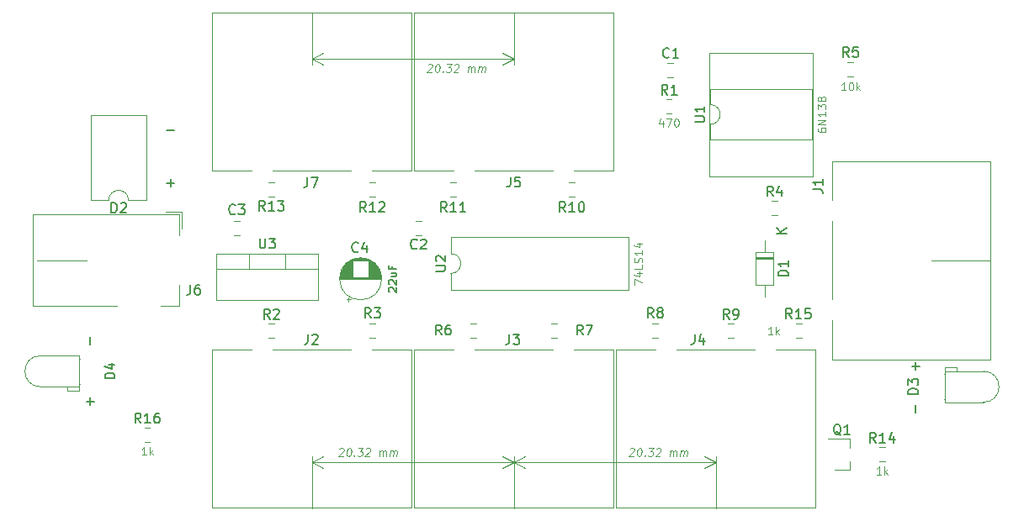
<source format=gbr>
G04 #@! TF.GenerationSoftware,KiCad,Pcbnew,(5.1.5-0-10_14)*
G04 #@! TF.CreationDate,2020-09-12T12:44:00+03:00*
G04 #@! TF.ProjectId,midi_splitter,6d696469-5f73-4706-9c69-747465722e6b,rev?*
G04 #@! TF.SameCoordinates,Original*
G04 #@! TF.FileFunction,Legend,Top*
G04 #@! TF.FilePolarity,Positive*
%FSLAX46Y46*%
G04 Gerber Fmt 4.6, Leading zero omitted, Abs format (unit mm)*
G04 Created by KiCad (PCBNEW (5.1.5-0-10_14)) date 2020-09-12 12:44:00*
%MOMM*%
%LPD*%
G04 APERTURE LIST*
%ADD10C,0.070000*%
%ADD11C,0.100000*%
%ADD12C,0.080000*%
%ADD13C,0.120000*%
%ADD14C,0.150000*%
G04 APERTURE END LIST*
D10*
X100000000Y-115000000D02*
X105000000Y-115000000D01*
X190000000Y-115000000D02*
X196000000Y-115000000D01*
D11*
X139371666Y-95298095D02*
X139414523Y-95260000D01*
X139495476Y-95221904D01*
X139685952Y-95221904D01*
X139757380Y-95260000D01*
X139790714Y-95298095D01*
X139819285Y-95374285D01*
X139809761Y-95450476D01*
X139757380Y-95564761D01*
X139243095Y-96021904D01*
X139738333Y-96021904D01*
X140333571Y-95221904D02*
X140409761Y-95221904D01*
X140481190Y-95260000D01*
X140514523Y-95298095D01*
X140543095Y-95374285D01*
X140562142Y-95526666D01*
X140538333Y-95717142D01*
X140481190Y-95869523D01*
X140433571Y-95945714D01*
X140390714Y-95983809D01*
X140309761Y-96021904D01*
X140233571Y-96021904D01*
X140162142Y-95983809D01*
X140128809Y-95945714D01*
X140100238Y-95869523D01*
X140081190Y-95717142D01*
X140105000Y-95526666D01*
X140162142Y-95374285D01*
X140209761Y-95298095D01*
X140252619Y-95260000D01*
X140333571Y-95221904D01*
X140852619Y-95945714D02*
X140885952Y-95983809D01*
X140843095Y-96021904D01*
X140809761Y-95983809D01*
X140852619Y-95945714D01*
X140843095Y-96021904D01*
X141247857Y-95221904D02*
X141743095Y-95221904D01*
X141438333Y-95526666D01*
X141552619Y-95526666D01*
X141624047Y-95564761D01*
X141657380Y-95602857D01*
X141685952Y-95679047D01*
X141662142Y-95869523D01*
X141614523Y-95945714D01*
X141571666Y-95983809D01*
X141490714Y-96021904D01*
X141262142Y-96021904D01*
X141190714Y-95983809D01*
X141157380Y-95945714D01*
X142038333Y-95298095D02*
X142081190Y-95260000D01*
X142162142Y-95221904D01*
X142352619Y-95221904D01*
X142424047Y-95260000D01*
X142457380Y-95298095D01*
X142485952Y-95374285D01*
X142476428Y-95450476D01*
X142424047Y-95564761D01*
X141909761Y-96021904D01*
X142405000Y-96021904D01*
X143357380Y-96021904D02*
X143424047Y-95488571D01*
X143414523Y-95564761D02*
X143457380Y-95526666D01*
X143538333Y-95488571D01*
X143652619Y-95488571D01*
X143724047Y-95526666D01*
X143752619Y-95602857D01*
X143700238Y-96021904D01*
X143752619Y-95602857D02*
X143800238Y-95526666D01*
X143881190Y-95488571D01*
X143995476Y-95488571D01*
X144066904Y-95526666D01*
X144095476Y-95602857D01*
X144043095Y-96021904D01*
X144424047Y-96021904D02*
X144490714Y-95488571D01*
X144481190Y-95564761D02*
X144524047Y-95526666D01*
X144605000Y-95488571D01*
X144719285Y-95488571D01*
X144790714Y-95526666D01*
X144819285Y-95602857D01*
X144766904Y-96021904D01*
X144819285Y-95602857D02*
X144866904Y-95526666D01*
X144947857Y-95488571D01*
X145062142Y-95488571D01*
X145133571Y-95526666D01*
X145162142Y-95602857D01*
X145109761Y-96021904D01*
D12*
X148000000Y-94680000D02*
X127680000Y-94680000D01*
X148000000Y-90029999D02*
X148000000Y-95266421D01*
X127680000Y-90029999D02*
X127680000Y-95266421D01*
X127680000Y-94680000D02*
X128806504Y-94093579D01*
X127680000Y-94680000D02*
X128806504Y-95266421D01*
X148000000Y-94680000D02*
X146873496Y-94093579D01*
X148000000Y-94680000D02*
X146873496Y-95266421D01*
D11*
X130465892Y-133978095D02*
X130508750Y-133940000D01*
X130589702Y-133901904D01*
X130780178Y-133901904D01*
X130851607Y-133940000D01*
X130884940Y-133978095D01*
X130913511Y-134054285D01*
X130903988Y-134130476D01*
X130851607Y-134244761D01*
X130337321Y-134701904D01*
X130832559Y-134701904D01*
X131427797Y-133901904D02*
X131503988Y-133901904D01*
X131575416Y-133940000D01*
X131608750Y-133978095D01*
X131637321Y-134054285D01*
X131656369Y-134206666D01*
X131632559Y-134397142D01*
X131575416Y-134549523D01*
X131527797Y-134625714D01*
X131484940Y-134663809D01*
X131403988Y-134701904D01*
X131327797Y-134701904D01*
X131256369Y-134663809D01*
X131223035Y-134625714D01*
X131194464Y-134549523D01*
X131175416Y-134397142D01*
X131199226Y-134206666D01*
X131256369Y-134054285D01*
X131303988Y-133978095D01*
X131346845Y-133940000D01*
X131427797Y-133901904D01*
X131946845Y-134625714D02*
X131980178Y-134663809D01*
X131937321Y-134701904D01*
X131903988Y-134663809D01*
X131946845Y-134625714D01*
X131937321Y-134701904D01*
X132342083Y-133901904D02*
X132837321Y-133901904D01*
X132532559Y-134206666D01*
X132646845Y-134206666D01*
X132718273Y-134244761D01*
X132751607Y-134282857D01*
X132780178Y-134359047D01*
X132756369Y-134549523D01*
X132708750Y-134625714D01*
X132665892Y-134663809D01*
X132584940Y-134701904D01*
X132356369Y-134701904D01*
X132284940Y-134663809D01*
X132251607Y-134625714D01*
X133132559Y-133978095D02*
X133175416Y-133940000D01*
X133256369Y-133901904D01*
X133446845Y-133901904D01*
X133518273Y-133940000D01*
X133551607Y-133978095D01*
X133580178Y-134054285D01*
X133570654Y-134130476D01*
X133518273Y-134244761D01*
X133003988Y-134701904D01*
X133499226Y-134701904D01*
X134451607Y-134701904D02*
X134518273Y-134168571D01*
X134508750Y-134244761D02*
X134551607Y-134206666D01*
X134632559Y-134168571D01*
X134746845Y-134168571D01*
X134818273Y-134206666D01*
X134846845Y-134282857D01*
X134794464Y-134701904D01*
X134846845Y-134282857D02*
X134894464Y-134206666D01*
X134975416Y-134168571D01*
X135089702Y-134168571D01*
X135161130Y-134206666D01*
X135189702Y-134282857D01*
X135137321Y-134701904D01*
X135518273Y-134701904D02*
X135584940Y-134168571D01*
X135575416Y-134244761D02*
X135618273Y-134206666D01*
X135699226Y-134168571D01*
X135813511Y-134168571D01*
X135884940Y-134206666D01*
X135913511Y-134282857D01*
X135861130Y-134701904D01*
X135913511Y-134282857D02*
X135961130Y-134206666D01*
X136042083Y-134168571D01*
X136156369Y-134168571D01*
X136227797Y-134206666D01*
X136256369Y-134282857D01*
X136203988Y-134701904D01*
D12*
X127680000Y-135320000D02*
X148000000Y-135320000D01*
X127680000Y-139970001D02*
X127680000Y-134733579D01*
X148000000Y-139970001D02*
X148000000Y-134733579D01*
X148000000Y-135320000D02*
X146873496Y-135906421D01*
X148000000Y-135320000D02*
X146873496Y-134733579D01*
X127680000Y-135320000D02*
X128806504Y-135906421D01*
X127680000Y-135320000D02*
X128806504Y-134733579D01*
D11*
X159691666Y-133978095D02*
X159734523Y-133940000D01*
X159815476Y-133901904D01*
X160005952Y-133901904D01*
X160077380Y-133940000D01*
X160110714Y-133978095D01*
X160139285Y-134054285D01*
X160129761Y-134130476D01*
X160077380Y-134244761D01*
X159563095Y-134701904D01*
X160058333Y-134701904D01*
X160653571Y-133901904D02*
X160729761Y-133901904D01*
X160801190Y-133940000D01*
X160834523Y-133978095D01*
X160863095Y-134054285D01*
X160882142Y-134206666D01*
X160858333Y-134397142D01*
X160801190Y-134549523D01*
X160753571Y-134625714D01*
X160710714Y-134663809D01*
X160629761Y-134701904D01*
X160553571Y-134701904D01*
X160482142Y-134663809D01*
X160448809Y-134625714D01*
X160420238Y-134549523D01*
X160401190Y-134397142D01*
X160425000Y-134206666D01*
X160482142Y-134054285D01*
X160529761Y-133978095D01*
X160572619Y-133940000D01*
X160653571Y-133901904D01*
X161172619Y-134625714D02*
X161205952Y-134663809D01*
X161163095Y-134701904D01*
X161129761Y-134663809D01*
X161172619Y-134625714D01*
X161163095Y-134701904D01*
X161567857Y-133901904D02*
X162063095Y-133901904D01*
X161758333Y-134206666D01*
X161872619Y-134206666D01*
X161944047Y-134244761D01*
X161977380Y-134282857D01*
X162005952Y-134359047D01*
X161982142Y-134549523D01*
X161934523Y-134625714D01*
X161891666Y-134663809D01*
X161810714Y-134701904D01*
X161582142Y-134701904D01*
X161510714Y-134663809D01*
X161477380Y-134625714D01*
X162358333Y-133978095D02*
X162401190Y-133940000D01*
X162482142Y-133901904D01*
X162672619Y-133901904D01*
X162744047Y-133940000D01*
X162777380Y-133978095D01*
X162805952Y-134054285D01*
X162796428Y-134130476D01*
X162744047Y-134244761D01*
X162229761Y-134701904D01*
X162725000Y-134701904D01*
X163677380Y-134701904D02*
X163744047Y-134168571D01*
X163734523Y-134244761D02*
X163777380Y-134206666D01*
X163858333Y-134168571D01*
X163972619Y-134168571D01*
X164044047Y-134206666D01*
X164072619Y-134282857D01*
X164020238Y-134701904D01*
X164072619Y-134282857D02*
X164120238Y-134206666D01*
X164201190Y-134168571D01*
X164315476Y-134168571D01*
X164386904Y-134206666D01*
X164415476Y-134282857D01*
X164363095Y-134701904D01*
X164744047Y-134701904D02*
X164810714Y-134168571D01*
X164801190Y-134244761D02*
X164844047Y-134206666D01*
X164925000Y-134168571D01*
X165039285Y-134168571D01*
X165110714Y-134206666D01*
X165139285Y-134282857D01*
X165086904Y-134701904D01*
X165139285Y-134282857D02*
X165186904Y-134206666D01*
X165267857Y-134168571D01*
X165382142Y-134168571D01*
X165453571Y-134206666D01*
X165482142Y-134282857D01*
X165429761Y-134701904D01*
D12*
X148000000Y-135320000D02*
X168320000Y-135320000D01*
X148000000Y-139970001D02*
X148000000Y-134733579D01*
X168320000Y-139970001D02*
X168320000Y-134733579D01*
X168320000Y-135320000D02*
X167193496Y-135906421D01*
X168320000Y-135320000D02*
X167193496Y-134733579D01*
X148000000Y-135320000D02*
X149126504Y-135906421D01*
X148000000Y-135320000D02*
X149126504Y-134733579D01*
D13*
X141960000Y-105990000D02*
X138000000Y-105990000D01*
X151940000Y-105990000D02*
X144070000Y-105990000D01*
X138000000Y-105990000D02*
X138000000Y-90060000D01*
X158000000Y-90060000D02*
X138000000Y-90060000D01*
X158000000Y-105990000D02*
X158000000Y-90060000D01*
X158000000Y-105990000D02*
X154040000Y-105990000D01*
X180010000Y-108960000D02*
X180010000Y-105000000D01*
X180010000Y-118940000D02*
X180010000Y-111070000D01*
X180010000Y-105000000D02*
X195940000Y-105000000D01*
X195940000Y-125000000D02*
X195940000Y-105000000D01*
X180010000Y-125000000D02*
X195940000Y-125000000D01*
X180010000Y-125000000D02*
X180010000Y-121040000D01*
X133720000Y-124010000D02*
X137680000Y-124010000D01*
X123740000Y-124010000D02*
X131610000Y-124010000D01*
X137680000Y-124010000D02*
X137680000Y-139940000D01*
X117680000Y-139940000D02*
X137680000Y-139940000D01*
X117680000Y-124010000D02*
X117680000Y-139940000D01*
X117680000Y-124010000D02*
X121640000Y-124010000D01*
X154040000Y-124010000D02*
X158000000Y-124010000D01*
X144060000Y-124010000D02*
X151930000Y-124010000D01*
X158000000Y-124010000D02*
X158000000Y-139940000D01*
X138000000Y-139940000D02*
X158000000Y-139940000D01*
X138000000Y-124010000D02*
X138000000Y-139940000D01*
X138000000Y-124010000D02*
X141960000Y-124010000D01*
X174360000Y-124010000D02*
X178320000Y-124010000D01*
X164380000Y-124010000D02*
X172250000Y-124010000D01*
X178320000Y-124010000D02*
X178320000Y-139940000D01*
X158320000Y-139940000D02*
X178320000Y-139940000D01*
X158320000Y-124010000D02*
X158320000Y-139940000D01*
X158320000Y-124010000D02*
X162280000Y-124010000D01*
X121640000Y-105990000D02*
X117680000Y-105990000D01*
X131620000Y-105990000D02*
X123750000Y-105990000D01*
X117680000Y-105990000D02*
X117680000Y-90060000D01*
X137680000Y-90060000D02*
X117680000Y-90060000D01*
X137680000Y-105990000D02*
X137680000Y-90060000D01*
X137680000Y-105990000D02*
X133720000Y-105990000D01*
X164011252Y-96560000D02*
X163488748Y-96560000D01*
X164011252Y-95140000D02*
X163488748Y-95140000D01*
X138691252Y-111050000D02*
X138168748Y-111050000D01*
X138691252Y-112470000D02*
X138168748Y-112470000D01*
X119880748Y-111050000D02*
X120403252Y-111050000D01*
X119880748Y-112470000D02*
X120403252Y-112470000D01*
X108100000Y-119600000D02*
X99600000Y-119600000D01*
X99600000Y-119600000D02*
X99600000Y-110400000D01*
X99600000Y-110400000D02*
X114300000Y-110400000D01*
X114300000Y-117500000D02*
X114300000Y-119600000D01*
X114300000Y-119600000D02*
X112500000Y-119600000D01*
X114600000Y-111800000D02*
X114600000Y-110100000D01*
X114600000Y-110100000D02*
X113000000Y-110100000D01*
X114300000Y-110400000D02*
X114300000Y-112500000D01*
X163338748Y-100210000D02*
X163861252Y-100210000D01*
X163338748Y-98790000D02*
X163861252Y-98790000D01*
X123354748Y-122822000D02*
X123877252Y-122822000D01*
X123354748Y-121402000D02*
X123877252Y-121402000D01*
X134037252Y-122822000D02*
X133514748Y-122822000D01*
X134037252Y-121402000D02*
X133514748Y-121402000D01*
X173982748Y-109018000D02*
X174505252Y-109018000D01*
X173982748Y-110438000D02*
X174505252Y-110438000D01*
X182125252Y-96468000D02*
X181602748Y-96468000D01*
X182125252Y-95048000D02*
X181602748Y-95048000D01*
X143674748Y-122822000D02*
X144197252Y-122822000D01*
X143674748Y-121402000D02*
X144197252Y-121402000D01*
X151802748Y-121402000D02*
X152325252Y-121402000D01*
X151802748Y-122822000D02*
X152325252Y-122822000D01*
X162485252Y-121402000D02*
X161962748Y-121402000D01*
X162485252Y-122822000D02*
X161962748Y-122822000D01*
X169582748Y-121402000D02*
X170105252Y-121402000D01*
X169582748Y-122822000D02*
X170105252Y-122822000D01*
X153580748Y-108598000D02*
X154103252Y-108598000D01*
X153580748Y-107178000D02*
X154103252Y-107178000D01*
X141642748Y-108598000D02*
X142165252Y-108598000D01*
X141642748Y-107178000D02*
X142165252Y-107178000D01*
X133514748Y-107178000D02*
X134037252Y-107178000D01*
X133514748Y-108598000D02*
X134037252Y-108598000D01*
X123877252Y-108598000D02*
X123354748Y-108598000D01*
X123877252Y-107178000D02*
X123354748Y-107178000D01*
X167760000Y-99300000D02*
G75*
G02X167760000Y-101300000I0J-1000000D01*
G01*
X167760000Y-101300000D02*
X167760000Y-102835000D01*
X167760000Y-102835000D02*
X178040000Y-102835000D01*
X178040000Y-102835000D02*
X178040000Y-97765000D01*
X178040000Y-97765000D02*
X167760000Y-97765000D01*
X167760000Y-97765000D02*
X167760000Y-99300000D01*
X167700000Y-106535000D02*
X178100000Y-106535000D01*
X178100000Y-106535000D02*
X178100000Y-94065000D01*
X178100000Y-94065000D02*
X167700000Y-94065000D01*
X167700000Y-94065000D02*
X167700000Y-106535000D01*
X118070000Y-114332000D02*
X128310000Y-114332000D01*
X118070000Y-118973000D02*
X128310000Y-118973000D01*
X118070000Y-114332000D02*
X118070000Y-118973000D01*
X128310000Y-114332000D02*
X128310000Y-118973000D01*
X118070000Y-115842000D02*
X128310000Y-115842000D01*
X121340000Y-114332000D02*
X121340000Y-115842000D01*
X125041000Y-114332000D02*
X125041000Y-115842000D01*
X134708000Y-116856000D02*
G75*
G03X134708000Y-116856000I-2120000J0D01*
G01*
X130508000Y-116856000D02*
X134668000Y-116856000D01*
X130508000Y-116816000D02*
X134668000Y-116816000D01*
X130509000Y-116776000D02*
X134667000Y-116776000D01*
X130511000Y-116736000D02*
X134665000Y-116736000D01*
X130514000Y-116696000D02*
X134662000Y-116696000D01*
X130517000Y-116656000D02*
X131748000Y-116656000D01*
X133428000Y-116656000D02*
X134659000Y-116656000D01*
X130521000Y-116616000D02*
X131748000Y-116616000D01*
X133428000Y-116616000D02*
X134655000Y-116616000D01*
X130526000Y-116576000D02*
X131748000Y-116576000D01*
X133428000Y-116576000D02*
X134650000Y-116576000D01*
X130532000Y-116536000D02*
X131748000Y-116536000D01*
X133428000Y-116536000D02*
X134644000Y-116536000D01*
X130538000Y-116496000D02*
X131748000Y-116496000D01*
X133428000Y-116496000D02*
X134638000Y-116496000D01*
X130546000Y-116456000D02*
X131748000Y-116456000D01*
X133428000Y-116456000D02*
X134630000Y-116456000D01*
X130554000Y-116416000D02*
X131748000Y-116416000D01*
X133428000Y-116416000D02*
X134622000Y-116416000D01*
X130563000Y-116376000D02*
X131748000Y-116376000D01*
X133428000Y-116376000D02*
X134613000Y-116376000D01*
X130572000Y-116336000D02*
X131748000Y-116336000D01*
X133428000Y-116336000D02*
X134604000Y-116336000D01*
X130583000Y-116296000D02*
X131748000Y-116296000D01*
X133428000Y-116296000D02*
X134593000Y-116296000D01*
X130594000Y-116256000D02*
X131748000Y-116256000D01*
X133428000Y-116256000D02*
X134582000Y-116256000D01*
X130606000Y-116216000D02*
X131748000Y-116216000D01*
X133428000Y-116216000D02*
X134570000Y-116216000D01*
X130620000Y-116176000D02*
X131748000Y-116176000D01*
X133428000Y-116176000D02*
X134556000Y-116176000D01*
X130634000Y-116135000D02*
X131748000Y-116135000D01*
X133428000Y-116135000D02*
X134542000Y-116135000D01*
X130648000Y-116095000D02*
X131748000Y-116095000D01*
X133428000Y-116095000D02*
X134528000Y-116095000D01*
X130664000Y-116055000D02*
X131748000Y-116055000D01*
X133428000Y-116055000D02*
X134512000Y-116055000D01*
X130681000Y-116015000D02*
X131748000Y-116015000D01*
X133428000Y-116015000D02*
X134495000Y-116015000D01*
X130699000Y-115975000D02*
X131748000Y-115975000D01*
X133428000Y-115975000D02*
X134477000Y-115975000D01*
X130718000Y-115935000D02*
X131748000Y-115935000D01*
X133428000Y-115935000D02*
X134458000Y-115935000D01*
X130737000Y-115895000D02*
X131748000Y-115895000D01*
X133428000Y-115895000D02*
X134439000Y-115895000D01*
X130758000Y-115855000D02*
X131748000Y-115855000D01*
X133428000Y-115855000D02*
X134418000Y-115855000D01*
X130780000Y-115815000D02*
X131748000Y-115815000D01*
X133428000Y-115815000D02*
X134396000Y-115815000D01*
X130803000Y-115775000D02*
X131748000Y-115775000D01*
X133428000Y-115775000D02*
X134373000Y-115775000D01*
X130828000Y-115735000D02*
X131748000Y-115735000D01*
X133428000Y-115735000D02*
X134348000Y-115735000D01*
X130853000Y-115695000D02*
X131748000Y-115695000D01*
X133428000Y-115695000D02*
X134323000Y-115695000D01*
X130880000Y-115655000D02*
X131748000Y-115655000D01*
X133428000Y-115655000D02*
X134296000Y-115655000D01*
X130908000Y-115615000D02*
X131748000Y-115615000D01*
X133428000Y-115615000D02*
X134268000Y-115615000D01*
X130938000Y-115575000D02*
X131748000Y-115575000D01*
X133428000Y-115575000D02*
X134238000Y-115575000D01*
X130969000Y-115535000D02*
X131748000Y-115535000D01*
X133428000Y-115535000D02*
X134207000Y-115535000D01*
X131001000Y-115495000D02*
X131748000Y-115495000D01*
X133428000Y-115495000D02*
X134175000Y-115495000D01*
X131036000Y-115455000D02*
X131748000Y-115455000D01*
X133428000Y-115455000D02*
X134140000Y-115455000D01*
X131072000Y-115415000D02*
X131748000Y-115415000D01*
X133428000Y-115415000D02*
X134104000Y-115415000D01*
X131110000Y-115375000D02*
X131748000Y-115375000D01*
X133428000Y-115375000D02*
X134066000Y-115375000D01*
X131150000Y-115335000D02*
X131748000Y-115335000D01*
X133428000Y-115335000D02*
X134026000Y-115335000D01*
X131192000Y-115295000D02*
X131748000Y-115295000D01*
X133428000Y-115295000D02*
X133984000Y-115295000D01*
X131237000Y-115255000D02*
X131748000Y-115255000D01*
X133428000Y-115255000D02*
X133939000Y-115255000D01*
X131284000Y-115215000D02*
X131748000Y-115215000D01*
X133428000Y-115215000D02*
X133892000Y-115215000D01*
X131334000Y-115175000D02*
X131748000Y-115175000D01*
X133428000Y-115175000D02*
X133842000Y-115175000D01*
X131388000Y-115135000D02*
X131748000Y-115135000D01*
X133428000Y-115135000D02*
X133788000Y-115135000D01*
X131446000Y-115095000D02*
X131748000Y-115095000D01*
X133428000Y-115095000D02*
X133730000Y-115095000D01*
X131508000Y-115055000D02*
X131748000Y-115055000D01*
X133428000Y-115055000D02*
X133668000Y-115055000D01*
X131575000Y-115015000D02*
X133601000Y-115015000D01*
X131648000Y-114975000D02*
X133528000Y-114975000D01*
X131729000Y-114935000D02*
X133447000Y-114935000D01*
X131820000Y-114895000D02*
X133356000Y-114895000D01*
X131924000Y-114855000D02*
X133252000Y-114855000D01*
X132051000Y-114815000D02*
X133125000Y-114815000D01*
X132218000Y-114775000D02*
X132958000Y-114775000D01*
X131393000Y-119125801D02*
X131393000Y-118725801D01*
X131193000Y-118925801D02*
X131593000Y-118925801D01*
X105470000Y-108950000D02*
X107240000Y-108950000D01*
X105470000Y-100350000D02*
X105470000Y-108950000D01*
X111010000Y-100350000D02*
X105470000Y-100350000D01*
X111010000Y-108950000D02*
X111010000Y-100350000D01*
X109240000Y-108950000D02*
X111010000Y-108950000D01*
X107240000Y-108950000D02*
G75*
G02X109240000Y-108950000I1000000J0D01*
G01*
X141672000Y-114316000D02*
G75*
G02X141672000Y-116316000I0J-1000000D01*
G01*
X141672000Y-116316000D02*
X141672000Y-117966000D01*
X141672000Y-117966000D02*
X159572000Y-117966000D01*
X159572000Y-117966000D02*
X159572000Y-112666000D01*
X159572000Y-112666000D02*
X141672000Y-112666000D01*
X141672000Y-112666000D02*
X141672000Y-114316000D01*
X181780000Y-136138000D02*
X181780000Y-135208000D01*
X181780000Y-132978000D02*
X181780000Y-133908000D01*
X181780000Y-132978000D02*
X179620000Y-132978000D01*
X181780000Y-136138000D02*
X180320000Y-136138000D01*
X184822748Y-135268000D02*
X185345252Y-135268000D01*
X184822748Y-133848000D02*
X185345252Y-133848000D01*
X176963252Y-122822000D02*
X176440748Y-122822000D01*
X176963252Y-121402000D02*
X176440748Y-121402000D01*
X110863748Y-131878000D02*
X111386252Y-131878000D01*
X110863748Y-133298000D02*
X111386252Y-133298000D01*
X100380000Y-127730000D02*
G75*
G02X100380000Y-124610000I0J1560000D01*
G01*
X104240000Y-124610000D02*
X100380000Y-124610000D01*
X104240000Y-127730000D02*
X100380000Y-127730000D01*
X104240000Y-124610000D02*
X104240000Y-127730000D01*
X104240000Y-128130000D02*
X103120000Y-128130000D01*
X103120000Y-128130000D02*
X103120000Y-127730000D01*
X103120000Y-127730000D02*
X104240000Y-127730000D01*
X104240000Y-127730000D02*
X104240000Y-128130000D01*
X104370000Y-124900000D02*
X104240000Y-124900000D01*
X104240000Y-124900000D02*
X104240000Y-124900000D01*
X104240000Y-124900000D02*
X104370000Y-124900000D01*
X104370000Y-124900000D02*
X104370000Y-124900000D01*
X104370000Y-127440000D02*
X104240000Y-127440000D01*
X104240000Y-127440000D02*
X104240000Y-127440000D01*
X104240000Y-127440000D02*
X104370000Y-127440000D01*
X104370000Y-127440000D02*
X104370000Y-127440000D01*
X195270000Y-126170000D02*
G75*
G02X195270000Y-129290000I0J-1560000D01*
G01*
X191410000Y-129290000D02*
X195270000Y-129290000D01*
X191410000Y-126170000D02*
X195270000Y-126170000D01*
X191410000Y-129290000D02*
X191410000Y-126170000D01*
X191410000Y-125770000D02*
X192530000Y-125770000D01*
X192530000Y-125770000D02*
X192530000Y-126170000D01*
X192530000Y-126170000D02*
X191410000Y-126170000D01*
X191410000Y-126170000D02*
X191410000Y-125770000D01*
X191280000Y-129000000D02*
X191410000Y-129000000D01*
X191410000Y-129000000D02*
X191410000Y-129000000D01*
X191410000Y-129000000D02*
X191280000Y-129000000D01*
X191280000Y-129000000D02*
X191280000Y-129000000D01*
X191280000Y-126460000D02*
X191410000Y-126460000D01*
X191410000Y-126460000D02*
X191410000Y-126460000D01*
X191410000Y-126460000D02*
X191280000Y-126460000D01*
X191280000Y-126460000D02*
X191280000Y-126460000D01*
X174148000Y-114184000D02*
X172308000Y-114184000D01*
X172308000Y-114184000D02*
X172308000Y-117464000D01*
X172308000Y-117464000D02*
X174148000Y-117464000D01*
X174148000Y-117464000D02*
X174148000Y-114184000D01*
X173228000Y-113004000D02*
X173228000Y-114184000D01*
X173228000Y-118644000D02*
X173228000Y-117464000D01*
X174148000Y-114760000D02*
X172308000Y-114760000D01*
X174148000Y-114880000D02*
X172308000Y-114880000D01*
X174148000Y-114640000D02*
X172308000Y-114640000D01*
D14*
X147666666Y-106602380D02*
X147666666Y-107316666D01*
X147619047Y-107459523D01*
X147523809Y-107554761D01*
X147380952Y-107602380D01*
X147285714Y-107602380D01*
X148619047Y-106602380D02*
X148142857Y-106602380D01*
X148095238Y-107078571D01*
X148142857Y-107030952D01*
X148238095Y-106983333D01*
X148476190Y-106983333D01*
X148571428Y-107030952D01*
X148619047Y-107078571D01*
X148666666Y-107173809D01*
X148666666Y-107411904D01*
X148619047Y-107507142D01*
X148571428Y-107554761D01*
X148476190Y-107602380D01*
X148238095Y-107602380D01*
X148142857Y-107554761D01*
X148095238Y-107507142D01*
X178102380Y-107833333D02*
X178816666Y-107833333D01*
X178959523Y-107880952D01*
X179054761Y-107976190D01*
X179102380Y-108119047D01*
X179102380Y-108214285D01*
X179102380Y-106833333D02*
X179102380Y-107404761D01*
X179102380Y-107119047D02*
X178102380Y-107119047D01*
X178245238Y-107214285D01*
X178340476Y-107309523D01*
X178388095Y-107404761D01*
X127296666Y-122452380D02*
X127296666Y-123166666D01*
X127249047Y-123309523D01*
X127153809Y-123404761D01*
X127010952Y-123452380D01*
X126915714Y-123452380D01*
X127725238Y-122547619D02*
X127772857Y-122500000D01*
X127868095Y-122452380D01*
X128106190Y-122452380D01*
X128201428Y-122500000D01*
X128249047Y-122547619D01*
X128296666Y-122642857D01*
X128296666Y-122738095D01*
X128249047Y-122880952D01*
X127677619Y-123452380D01*
X128296666Y-123452380D01*
X147566666Y-122452380D02*
X147566666Y-123166666D01*
X147519047Y-123309523D01*
X147423809Y-123404761D01*
X147280952Y-123452380D01*
X147185714Y-123452380D01*
X147947619Y-122452380D02*
X148566666Y-122452380D01*
X148233333Y-122833333D01*
X148376190Y-122833333D01*
X148471428Y-122880952D01*
X148519047Y-122928571D01*
X148566666Y-123023809D01*
X148566666Y-123261904D01*
X148519047Y-123357142D01*
X148471428Y-123404761D01*
X148376190Y-123452380D01*
X148090476Y-123452380D01*
X147995238Y-123404761D01*
X147947619Y-123357142D01*
X166208666Y-122452380D02*
X166208666Y-123166666D01*
X166161047Y-123309523D01*
X166065809Y-123404761D01*
X165922952Y-123452380D01*
X165827714Y-123452380D01*
X167113428Y-122785714D02*
X167113428Y-123452380D01*
X166875333Y-122404761D02*
X166637238Y-123119047D01*
X167256285Y-123119047D01*
X127246666Y-106652380D02*
X127246666Y-107366666D01*
X127199047Y-107509523D01*
X127103809Y-107604761D01*
X126960952Y-107652380D01*
X126865714Y-107652380D01*
X127627619Y-106652380D02*
X128294285Y-106652380D01*
X127865714Y-107652380D01*
X163633333Y-94507142D02*
X163585714Y-94554761D01*
X163442857Y-94602380D01*
X163347619Y-94602380D01*
X163204761Y-94554761D01*
X163109523Y-94459523D01*
X163061904Y-94364285D01*
X163014285Y-94173809D01*
X163014285Y-94030952D01*
X163061904Y-93840476D01*
X163109523Y-93745238D01*
X163204761Y-93650000D01*
X163347619Y-93602380D01*
X163442857Y-93602380D01*
X163585714Y-93650000D01*
X163633333Y-93697619D01*
X164585714Y-94602380D02*
X164014285Y-94602380D01*
X164300000Y-94602380D02*
X164300000Y-93602380D01*
X164204761Y-93745238D01*
X164109523Y-93840476D01*
X164014285Y-93888095D01*
X138263333Y-113767142D02*
X138215714Y-113814761D01*
X138072857Y-113862380D01*
X137977619Y-113862380D01*
X137834761Y-113814761D01*
X137739523Y-113719523D01*
X137691904Y-113624285D01*
X137644285Y-113433809D01*
X137644285Y-113290952D01*
X137691904Y-113100476D01*
X137739523Y-113005238D01*
X137834761Y-112910000D01*
X137977619Y-112862380D01*
X138072857Y-112862380D01*
X138215714Y-112910000D01*
X138263333Y-112957619D01*
X138644285Y-112957619D02*
X138691904Y-112910000D01*
X138787142Y-112862380D01*
X139025238Y-112862380D01*
X139120476Y-112910000D01*
X139168095Y-112957619D01*
X139215714Y-113052857D01*
X139215714Y-113148095D01*
X139168095Y-113290952D01*
X138596666Y-113862380D01*
X139215714Y-113862380D01*
X119975333Y-110277142D02*
X119927714Y-110324761D01*
X119784857Y-110372380D01*
X119689619Y-110372380D01*
X119546761Y-110324761D01*
X119451523Y-110229523D01*
X119403904Y-110134285D01*
X119356285Y-109943809D01*
X119356285Y-109800952D01*
X119403904Y-109610476D01*
X119451523Y-109515238D01*
X119546761Y-109420000D01*
X119689619Y-109372380D01*
X119784857Y-109372380D01*
X119927714Y-109420000D01*
X119975333Y-109467619D01*
X120308666Y-109372380D02*
X120927714Y-109372380D01*
X120594380Y-109753333D01*
X120737238Y-109753333D01*
X120832476Y-109800952D01*
X120880095Y-109848571D01*
X120927714Y-109943809D01*
X120927714Y-110181904D01*
X120880095Y-110277142D01*
X120832476Y-110324761D01*
X120737238Y-110372380D01*
X120451523Y-110372380D01*
X120356285Y-110324761D01*
X120308666Y-110277142D01*
X115466666Y-117452380D02*
X115466666Y-118166666D01*
X115419047Y-118309523D01*
X115323809Y-118404761D01*
X115180952Y-118452380D01*
X115085714Y-118452380D01*
X116371428Y-117452380D02*
X116180952Y-117452380D01*
X116085714Y-117500000D01*
X116038095Y-117547619D01*
X115942857Y-117690476D01*
X115895238Y-117880952D01*
X115895238Y-118261904D01*
X115942857Y-118357142D01*
X115990476Y-118404761D01*
X116085714Y-118452380D01*
X116276190Y-118452380D01*
X116371428Y-118404761D01*
X116419047Y-118357142D01*
X116466666Y-118261904D01*
X116466666Y-118023809D01*
X116419047Y-117928571D01*
X116371428Y-117880952D01*
X116276190Y-117833333D01*
X116085714Y-117833333D01*
X115990476Y-117880952D01*
X115942857Y-117928571D01*
X115895238Y-118023809D01*
X163483333Y-98302380D02*
X163150000Y-97826190D01*
X162911904Y-98302380D02*
X162911904Y-97302380D01*
X163292857Y-97302380D01*
X163388095Y-97350000D01*
X163435714Y-97397619D01*
X163483333Y-97492857D01*
X163483333Y-97635714D01*
X163435714Y-97730952D01*
X163388095Y-97778571D01*
X163292857Y-97826190D01*
X162911904Y-97826190D01*
X164435714Y-98302380D02*
X163864285Y-98302380D01*
X164150000Y-98302380D02*
X164150000Y-97302380D01*
X164054761Y-97445238D01*
X163959523Y-97540476D01*
X163864285Y-97588095D01*
D11*
X162990476Y-100978571D02*
X162990476Y-101511904D01*
X162800000Y-100673809D02*
X162609523Y-101245238D01*
X163104761Y-101245238D01*
X163333333Y-100711904D02*
X163866666Y-100711904D01*
X163523809Y-101511904D01*
X164323809Y-100711904D02*
X164400000Y-100711904D01*
X164476190Y-100750000D01*
X164514285Y-100788095D01*
X164552380Y-100864285D01*
X164590476Y-101016666D01*
X164590476Y-101207142D01*
X164552380Y-101359523D01*
X164514285Y-101435714D01*
X164476190Y-101473809D01*
X164400000Y-101511904D01*
X164323809Y-101511904D01*
X164247619Y-101473809D01*
X164209523Y-101435714D01*
X164171428Y-101359523D01*
X164133333Y-101207142D01*
X164133333Y-101016666D01*
X164171428Y-100864285D01*
X164209523Y-100788095D01*
X164247619Y-100750000D01*
X164323809Y-100711904D01*
D14*
X123449333Y-120914380D02*
X123116000Y-120438190D01*
X122877904Y-120914380D02*
X122877904Y-119914380D01*
X123258857Y-119914380D01*
X123354095Y-119962000D01*
X123401714Y-120009619D01*
X123449333Y-120104857D01*
X123449333Y-120247714D01*
X123401714Y-120342952D01*
X123354095Y-120390571D01*
X123258857Y-120438190D01*
X122877904Y-120438190D01*
X123830285Y-120009619D02*
X123877904Y-119962000D01*
X123973142Y-119914380D01*
X124211238Y-119914380D01*
X124306476Y-119962000D01*
X124354095Y-120009619D01*
X124401714Y-120104857D01*
X124401714Y-120200095D01*
X124354095Y-120342952D01*
X123782666Y-120914380D01*
X124401714Y-120914380D01*
X133609333Y-120786380D02*
X133276000Y-120310190D01*
X133037904Y-120786380D02*
X133037904Y-119786380D01*
X133418857Y-119786380D01*
X133514095Y-119834000D01*
X133561714Y-119881619D01*
X133609333Y-119976857D01*
X133609333Y-120119714D01*
X133561714Y-120214952D01*
X133514095Y-120262571D01*
X133418857Y-120310190D01*
X133037904Y-120310190D01*
X133942666Y-119786380D02*
X134561714Y-119786380D01*
X134228380Y-120167333D01*
X134371238Y-120167333D01*
X134466476Y-120214952D01*
X134514095Y-120262571D01*
X134561714Y-120357809D01*
X134561714Y-120595904D01*
X134514095Y-120691142D01*
X134466476Y-120738761D01*
X134371238Y-120786380D01*
X134085523Y-120786380D01*
X133990285Y-120738761D01*
X133942666Y-120691142D01*
X174077333Y-108530380D02*
X173744000Y-108054190D01*
X173505904Y-108530380D02*
X173505904Y-107530380D01*
X173886857Y-107530380D01*
X173982095Y-107578000D01*
X174029714Y-107625619D01*
X174077333Y-107720857D01*
X174077333Y-107863714D01*
X174029714Y-107958952D01*
X173982095Y-108006571D01*
X173886857Y-108054190D01*
X173505904Y-108054190D01*
X174934476Y-107863714D02*
X174934476Y-108530380D01*
X174696380Y-107482761D02*
X174458285Y-108197047D01*
X175077333Y-108197047D01*
X181733333Y-94502380D02*
X181400000Y-94026190D01*
X181161904Y-94502380D02*
X181161904Y-93502380D01*
X181542857Y-93502380D01*
X181638095Y-93550000D01*
X181685714Y-93597619D01*
X181733333Y-93692857D01*
X181733333Y-93835714D01*
X181685714Y-93930952D01*
X181638095Y-93978571D01*
X181542857Y-94026190D01*
X181161904Y-94026190D01*
X182638095Y-93502380D02*
X182161904Y-93502380D01*
X182114285Y-93978571D01*
X182161904Y-93930952D01*
X182257142Y-93883333D01*
X182495238Y-93883333D01*
X182590476Y-93930952D01*
X182638095Y-93978571D01*
X182685714Y-94073809D01*
X182685714Y-94311904D01*
X182638095Y-94407142D01*
X182590476Y-94454761D01*
X182495238Y-94502380D01*
X182257142Y-94502380D01*
X182161904Y-94454761D01*
X182114285Y-94407142D01*
D11*
X181423809Y-97861904D02*
X180966666Y-97861904D01*
X181195238Y-97861904D02*
X181195238Y-97061904D01*
X181119047Y-97176190D01*
X181042857Y-97252380D01*
X180966666Y-97290476D01*
X181919047Y-97061904D02*
X181995238Y-97061904D01*
X182071428Y-97100000D01*
X182109523Y-97138095D01*
X182147619Y-97214285D01*
X182185714Y-97366666D01*
X182185714Y-97557142D01*
X182147619Y-97709523D01*
X182109523Y-97785714D01*
X182071428Y-97823809D01*
X181995238Y-97861904D01*
X181919047Y-97861904D01*
X181842857Y-97823809D01*
X181804761Y-97785714D01*
X181766666Y-97709523D01*
X181728571Y-97557142D01*
X181728571Y-97366666D01*
X181766666Y-97214285D01*
X181804761Y-97138095D01*
X181842857Y-97100000D01*
X181919047Y-97061904D01*
X182528571Y-97861904D02*
X182528571Y-97061904D01*
X182604761Y-97557142D02*
X182833333Y-97861904D01*
X182833333Y-97328571D02*
X182528571Y-97633333D01*
D14*
X140721333Y-122502380D02*
X140388000Y-122026190D01*
X140149904Y-122502380D02*
X140149904Y-121502380D01*
X140530857Y-121502380D01*
X140626095Y-121550000D01*
X140673714Y-121597619D01*
X140721333Y-121692857D01*
X140721333Y-121835714D01*
X140673714Y-121930952D01*
X140626095Y-121978571D01*
X140530857Y-122026190D01*
X140149904Y-122026190D01*
X141578476Y-121502380D02*
X141388000Y-121502380D01*
X141292761Y-121550000D01*
X141245142Y-121597619D01*
X141149904Y-121740476D01*
X141102285Y-121930952D01*
X141102285Y-122311904D01*
X141149904Y-122407142D01*
X141197523Y-122454761D01*
X141292761Y-122502380D01*
X141483238Y-122502380D01*
X141578476Y-122454761D01*
X141626095Y-122407142D01*
X141673714Y-122311904D01*
X141673714Y-122073809D01*
X141626095Y-121978571D01*
X141578476Y-121930952D01*
X141483238Y-121883333D01*
X141292761Y-121883333D01*
X141197523Y-121930952D01*
X141149904Y-121978571D01*
X141102285Y-122073809D01*
X154945333Y-122502380D02*
X154612000Y-122026190D01*
X154373904Y-122502380D02*
X154373904Y-121502380D01*
X154754857Y-121502380D01*
X154850095Y-121550000D01*
X154897714Y-121597619D01*
X154945333Y-121692857D01*
X154945333Y-121835714D01*
X154897714Y-121930952D01*
X154850095Y-121978571D01*
X154754857Y-122026190D01*
X154373904Y-122026190D01*
X155278666Y-121502380D02*
X155945333Y-121502380D01*
X155516761Y-122502380D01*
X162057333Y-120786380D02*
X161724000Y-120310190D01*
X161485904Y-120786380D02*
X161485904Y-119786380D01*
X161866857Y-119786380D01*
X161962095Y-119834000D01*
X162009714Y-119881619D01*
X162057333Y-119976857D01*
X162057333Y-120119714D01*
X162009714Y-120214952D01*
X161962095Y-120262571D01*
X161866857Y-120310190D01*
X161485904Y-120310190D01*
X162628761Y-120214952D02*
X162533523Y-120167333D01*
X162485904Y-120119714D01*
X162438285Y-120024476D01*
X162438285Y-119976857D01*
X162485904Y-119881619D01*
X162533523Y-119834000D01*
X162628761Y-119786380D01*
X162819238Y-119786380D01*
X162914476Y-119834000D01*
X162962095Y-119881619D01*
X163009714Y-119976857D01*
X163009714Y-120024476D01*
X162962095Y-120119714D01*
X162914476Y-120167333D01*
X162819238Y-120214952D01*
X162628761Y-120214952D01*
X162533523Y-120262571D01*
X162485904Y-120310190D01*
X162438285Y-120405428D01*
X162438285Y-120595904D01*
X162485904Y-120691142D01*
X162533523Y-120738761D01*
X162628761Y-120786380D01*
X162819238Y-120786380D01*
X162914476Y-120738761D01*
X162962095Y-120691142D01*
X163009714Y-120595904D01*
X163009714Y-120405428D01*
X162962095Y-120310190D01*
X162914476Y-120262571D01*
X162819238Y-120214952D01*
X169677333Y-120914380D02*
X169344000Y-120438190D01*
X169105904Y-120914380D02*
X169105904Y-119914380D01*
X169486857Y-119914380D01*
X169582095Y-119962000D01*
X169629714Y-120009619D01*
X169677333Y-120104857D01*
X169677333Y-120247714D01*
X169629714Y-120342952D01*
X169582095Y-120390571D01*
X169486857Y-120438190D01*
X169105904Y-120438190D01*
X170153523Y-120914380D02*
X170344000Y-120914380D01*
X170439238Y-120866761D01*
X170486857Y-120819142D01*
X170582095Y-120676285D01*
X170629714Y-120485809D01*
X170629714Y-120104857D01*
X170582095Y-120009619D01*
X170534476Y-119962000D01*
X170439238Y-119914380D01*
X170248761Y-119914380D01*
X170153523Y-119962000D01*
X170105904Y-120009619D01*
X170058285Y-120104857D01*
X170058285Y-120342952D01*
X170105904Y-120438190D01*
X170153523Y-120485809D01*
X170248761Y-120533428D01*
X170439238Y-120533428D01*
X170534476Y-120485809D01*
X170582095Y-120438190D01*
X170629714Y-120342952D01*
X153199142Y-110118380D02*
X152865809Y-109642190D01*
X152627714Y-110118380D02*
X152627714Y-109118380D01*
X153008666Y-109118380D01*
X153103904Y-109166000D01*
X153151523Y-109213619D01*
X153199142Y-109308857D01*
X153199142Y-109451714D01*
X153151523Y-109546952D01*
X153103904Y-109594571D01*
X153008666Y-109642190D01*
X152627714Y-109642190D01*
X154151523Y-110118380D02*
X153580095Y-110118380D01*
X153865809Y-110118380D02*
X153865809Y-109118380D01*
X153770571Y-109261238D01*
X153675333Y-109356476D01*
X153580095Y-109404095D01*
X154770571Y-109118380D02*
X154865809Y-109118380D01*
X154961047Y-109166000D01*
X155008666Y-109213619D01*
X155056285Y-109308857D01*
X155103904Y-109499333D01*
X155103904Y-109737428D01*
X155056285Y-109927904D01*
X155008666Y-110023142D01*
X154961047Y-110070761D01*
X154865809Y-110118380D01*
X154770571Y-110118380D01*
X154675333Y-110070761D01*
X154627714Y-110023142D01*
X154580095Y-109927904D01*
X154532476Y-109737428D01*
X154532476Y-109499333D01*
X154580095Y-109308857D01*
X154627714Y-109213619D01*
X154675333Y-109166000D01*
X154770571Y-109118380D01*
X141261142Y-110118380D02*
X140927809Y-109642190D01*
X140689714Y-110118380D02*
X140689714Y-109118380D01*
X141070666Y-109118380D01*
X141165904Y-109166000D01*
X141213523Y-109213619D01*
X141261142Y-109308857D01*
X141261142Y-109451714D01*
X141213523Y-109546952D01*
X141165904Y-109594571D01*
X141070666Y-109642190D01*
X140689714Y-109642190D01*
X142213523Y-110118380D02*
X141642095Y-110118380D01*
X141927809Y-110118380D02*
X141927809Y-109118380D01*
X141832571Y-109261238D01*
X141737333Y-109356476D01*
X141642095Y-109404095D01*
X143165904Y-110118380D02*
X142594476Y-110118380D01*
X142880190Y-110118380D02*
X142880190Y-109118380D01*
X142784952Y-109261238D01*
X142689714Y-109356476D01*
X142594476Y-109404095D01*
X133133142Y-110118380D02*
X132799809Y-109642190D01*
X132561714Y-110118380D02*
X132561714Y-109118380D01*
X132942666Y-109118380D01*
X133037904Y-109166000D01*
X133085523Y-109213619D01*
X133133142Y-109308857D01*
X133133142Y-109451714D01*
X133085523Y-109546952D01*
X133037904Y-109594571D01*
X132942666Y-109642190D01*
X132561714Y-109642190D01*
X134085523Y-110118380D02*
X133514095Y-110118380D01*
X133799809Y-110118380D02*
X133799809Y-109118380D01*
X133704571Y-109261238D01*
X133609333Y-109356476D01*
X133514095Y-109404095D01*
X134466476Y-109213619D02*
X134514095Y-109166000D01*
X134609333Y-109118380D01*
X134847428Y-109118380D01*
X134942666Y-109166000D01*
X134990285Y-109213619D01*
X135037904Y-109308857D01*
X135037904Y-109404095D01*
X134990285Y-109546952D01*
X134418857Y-110118380D01*
X135037904Y-110118380D01*
X122973142Y-109990380D02*
X122639809Y-109514190D01*
X122401714Y-109990380D02*
X122401714Y-108990380D01*
X122782666Y-108990380D01*
X122877904Y-109038000D01*
X122925523Y-109085619D01*
X122973142Y-109180857D01*
X122973142Y-109323714D01*
X122925523Y-109418952D01*
X122877904Y-109466571D01*
X122782666Y-109514190D01*
X122401714Y-109514190D01*
X123925523Y-109990380D02*
X123354095Y-109990380D01*
X123639809Y-109990380D02*
X123639809Y-108990380D01*
X123544571Y-109133238D01*
X123449333Y-109228476D01*
X123354095Y-109276095D01*
X124258857Y-108990380D02*
X124877904Y-108990380D01*
X124544571Y-109371333D01*
X124687428Y-109371333D01*
X124782666Y-109418952D01*
X124830285Y-109466571D01*
X124877904Y-109561809D01*
X124877904Y-109799904D01*
X124830285Y-109895142D01*
X124782666Y-109942761D01*
X124687428Y-109990380D01*
X124401714Y-109990380D01*
X124306476Y-109942761D01*
X124258857Y-109895142D01*
X166212380Y-101061904D02*
X167021904Y-101061904D01*
X167117142Y-101014285D01*
X167164761Y-100966666D01*
X167212380Y-100871428D01*
X167212380Y-100680952D01*
X167164761Y-100585714D01*
X167117142Y-100538095D01*
X167021904Y-100490476D01*
X166212380Y-100490476D01*
X167212380Y-99490476D02*
X167212380Y-100061904D01*
X167212380Y-99776190D02*
X166212380Y-99776190D01*
X166355238Y-99871428D01*
X166450476Y-99966666D01*
X166498095Y-100061904D01*
D11*
X178601904Y-101709523D02*
X178601904Y-101861904D01*
X178640000Y-101938095D01*
X178678095Y-101976190D01*
X178792380Y-102052380D01*
X178944761Y-102090476D01*
X179249523Y-102090476D01*
X179325714Y-102052380D01*
X179363809Y-102014285D01*
X179401904Y-101938095D01*
X179401904Y-101785714D01*
X179363809Y-101709523D01*
X179325714Y-101671428D01*
X179249523Y-101633333D01*
X179059047Y-101633333D01*
X178982857Y-101671428D01*
X178944761Y-101709523D01*
X178906666Y-101785714D01*
X178906666Y-101938095D01*
X178944761Y-102014285D01*
X178982857Y-102052380D01*
X179059047Y-102090476D01*
X179401904Y-101290476D02*
X178601904Y-101290476D01*
X179401904Y-100833333D01*
X178601904Y-100833333D01*
X179401904Y-100033333D02*
X179401904Y-100490476D01*
X179401904Y-100261904D02*
X178601904Y-100261904D01*
X178716190Y-100338095D01*
X178792380Y-100414285D01*
X178830476Y-100490476D01*
X178601904Y-99766666D02*
X178601904Y-99271428D01*
X178906666Y-99538095D01*
X178906666Y-99423809D01*
X178944761Y-99347619D01*
X178982857Y-99309523D01*
X179059047Y-99271428D01*
X179249523Y-99271428D01*
X179325714Y-99309523D01*
X179363809Y-99347619D01*
X179401904Y-99423809D01*
X179401904Y-99652380D01*
X179363809Y-99728571D01*
X179325714Y-99766666D01*
X178944761Y-98814285D02*
X178906666Y-98890476D01*
X178868571Y-98928571D01*
X178792380Y-98966666D01*
X178754285Y-98966666D01*
X178678095Y-98928571D01*
X178640000Y-98890476D01*
X178601904Y-98814285D01*
X178601904Y-98661904D01*
X178640000Y-98585714D01*
X178678095Y-98547619D01*
X178754285Y-98509523D01*
X178792380Y-98509523D01*
X178868571Y-98547619D01*
X178906666Y-98585714D01*
X178944761Y-98661904D01*
X178944761Y-98814285D01*
X178982857Y-98890476D01*
X179020952Y-98928571D01*
X179097142Y-98966666D01*
X179249523Y-98966666D01*
X179325714Y-98928571D01*
X179363809Y-98890476D01*
X179401904Y-98814285D01*
X179401904Y-98661904D01*
X179363809Y-98585714D01*
X179325714Y-98547619D01*
X179249523Y-98509523D01*
X179097142Y-98509523D01*
X179020952Y-98547619D01*
X178982857Y-98585714D01*
X178944761Y-98661904D01*
D14*
X122428095Y-112784380D02*
X122428095Y-113593904D01*
X122475714Y-113689142D01*
X122523333Y-113736761D01*
X122618571Y-113784380D01*
X122809047Y-113784380D01*
X122904285Y-113736761D01*
X122951904Y-113689142D01*
X122999523Y-113593904D01*
X122999523Y-112784380D01*
X123380476Y-112784380D02*
X123999523Y-112784380D01*
X123666190Y-113165333D01*
X123809047Y-113165333D01*
X123904285Y-113212952D01*
X123951904Y-113260571D01*
X123999523Y-113355809D01*
X123999523Y-113593904D01*
X123951904Y-113689142D01*
X123904285Y-113736761D01*
X123809047Y-113784380D01*
X123523333Y-113784380D01*
X123428095Y-113736761D01*
X123380476Y-113689142D01*
X132339333Y-114087142D02*
X132291714Y-114134761D01*
X132148857Y-114182380D01*
X132053619Y-114182380D01*
X131910761Y-114134761D01*
X131815523Y-114039523D01*
X131767904Y-113944285D01*
X131720285Y-113753809D01*
X131720285Y-113610952D01*
X131767904Y-113420476D01*
X131815523Y-113325238D01*
X131910761Y-113230000D01*
X132053619Y-113182380D01*
X132148857Y-113182380D01*
X132291714Y-113230000D01*
X132339333Y-113277619D01*
X133196476Y-113515714D02*
X133196476Y-114182380D01*
X132958380Y-113134761D02*
X132720285Y-113849047D01*
X133339333Y-113849047D01*
X135476095Y-118170285D02*
X135438000Y-118132190D01*
X135399904Y-118056000D01*
X135399904Y-117865523D01*
X135438000Y-117789333D01*
X135476095Y-117751238D01*
X135552285Y-117713142D01*
X135628476Y-117713142D01*
X135742761Y-117751238D01*
X136199904Y-118208380D01*
X136199904Y-117713142D01*
X135476095Y-117408380D02*
X135438000Y-117370285D01*
X135399904Y-117294095D01*
X135399904Y-117103619D01*
X135438000Y-117027428D01*
X135476095Y-116989333D01*
X135552285Y-116951238D01*
X135628476Y-116951238D01*
X135742761Y-116989333D01*
X136199904Y-117446476D01*
X136199904Y-116951238D01*
X135666571Y-116265523D02*
X136199904Y-116265523D01*
X135666571Y-116608380D02*
X136085619Y-116608380D01*
X136161809Y-116570285D01*
X136199904Y-116494095D01*
X136199904Y-116379809D01*
X136161809Y-116303619D01*
X136123714Y-116265523D01*
X135780857Y-115617904D02*
X135780857Y-115884571D01*
X136199904Y-115884571D02*
X135399904Y-115884571D01*
X135399904Y-115503619D01*
X107511904Y-110202380D02*
X107511904Y-109202380D01*
X107750000Y-109202380D01*
X107892857Y-109250000D01*
X107988095Y-109345238D01*
X108035714Y-109440476D01*
X108083333Y-109630952D01*
X108083333Y-109773809D01*
X108035714Y-109964285D01*
X107988095Y-110059523D01*
X107892857Y-110154761D01*
X107750000Y-110202380D01*
X107511904Y-110202380D01*
X108464285Y-109297619D02*
X108511904Y-109250000D01*
X108607142Y-109202380D01*
X108845238Y-109202380D01*
X108940476Y-109250000D01*
X108988095Y-109297619D01*
X109035714Y-109392857D01*
X109035714Y-109488095D01*
X108988095Y-109630952D01*
X108416666Y-110202380D01*
X109035714Y-110202380D01*
X113075047Y-107197428D02*
X113836952Y-107197428D01*
X113456000Y-107578380D02*
X113456000Y-106816476D01*
X113075047Y-101863428D02*
X113836952Y-101863428D01*
X140124380Y-116077904D02*
X140933904Y-116077904D01*
X141029142Y-116030285D01*
X141076761Y-115982666D01*
X141124380Y-115887428D01*
X141124380Y-115696952D01*
X141076761Y-115601714D01*
X141029142Y-115554095D01*
X140933904Y-115506476D01*
X140124380Y-115506476D01*
X140219619Y-115077904D02*
X140172000Y-115030285D01*
X140124380Y-114935047D01*
X140124380Y-114696952D01*
X140172000Y-114601714D01*
X140219619Y-114554095D01*
X140314857Y-114506476D01*
X140410095Y-114506476D01*
X140552952Y-114554095D01*
X141124380Y-115125523D01*
X141124380Y-114506476D01*
D11*
X160133904Y-117430285D02*
X160133904Y-116896952D01*
X160933904Y-117239809D01*
X160400571Y-116249333D02*
X160933904Y-116249333D01*
X160095809Y-116439809D02*
X160667238Y-116630285D01*
X160667238Y-116135047D01*
X160933904Y-115449333D02*
X160933904Y-115830285D01*
X160133904Y-115830285D01*
X160895809Y-115220761D02*
X160933904Y-115106476D01*
X160933904Y-114916000D01*
X160895809Y-114839809D01*
X160857714Y-114801714D01*
X160781523Y-114763619D01*
X160705333Y-114763619D01*
X160629142Y-114801714D01*
X160591047Y-114839809D01*
X160552952Y-114916000D01*
X160514857Y-115068380D01*
X160476761Y-115144571D01*
X160438666Y-115182666D01*
X160362476Y-115220761D01*
X160286285Y-115220761D01*
X160210095Y-115182666D01*
X160172000Y-115144571D01*
X160133904Y-115068380D01*
X160133904Y-114877904D01*
X160172000Y-114763619D01*
X160933904Y-114001714D02*
X160933904Y-114458857D01*
X160933904Y-114230285D02*
X160133904Y-114230285D01*
X160248190Y-114306476D01*
X160324380Y-114382666D01*
X160362476Y-114458857D01*
X160400571Y-113316000D02*
X160933904Y-113316000D01*
X160095809Y-113506476D02*
X160667238Y-113696952D01*
X160667238Y-113201714D01*
D14*
X180924761Y-132605619D02*
X180829523Y-132558000D01*
X180734285Y-132462761D01*
X180591428Y-132319904D01*
X180496190Y-132272285D01*
X180400952Y-132272285D01*
X180448571Y-132510380D02*
X180353333Y-132462761D01*
X180258095Y-132367523D01*
X180210476Y-132177047D01*
X180210476Y-131843714D01*
X180258095Y-131653238D01*
X180353333Y-131558000D01*
X180448571Y-131510380D01*
X180639047Y-131510380D01*
X180734285Y-131558000D01*
X180829523Y-131653238D01*
X180877142Y-131843714D01*
X180877142Y-132177047D01*
X180829523Y-132367523D01*
X180734285Y-132462761D01*
X180639047Y-132510380D01*
X180448571Y-132510380D01*
X181829523Y-132510380D02*
X181258095Y-132510380D01*
X181543809Y-132510380D02*
X181543809Y-131510380D01*
X181448571Y-131653238D01*
X181353333Y-131748476D01*
X181258095Y-131796095D01*
X184441142Y-133360380D02*
X184107809Y-132884190D01*
X183869714Y-133360380D02*
X183869714Y-132360380D01*
X184250666Y-132360380D01*
X184345904Y-132408000D01*
X184393523Y-132455619D01*
X184441142Y-132550857D01*
X184441142Y-132693714D01*
X184393523Y-132788952D01*
X184345904Y-132836571D01*
X184250666Y-132884190D01*
X183869714Y-132884190D01*
X185393523Y-133360380D02*
X184822095Y-133360380D01*
X185107809Y-133360380D02*
X185107809Y-132360380D01*
X185012571Y-132503238D01*
X184917333Y-132598476D01*
X184822095Y-132646095D01*
X186250666Y-132693714D02*
X186250666Y-133360380D01*
X186012571Y-132312761D02*
X185774476Y-133027047D01*
X186393523Y-133027047D01*
D11*
X184988761Y-136569904D02*
X184531619Y-136569904D01*
X184760190Y-136569904D02*
X184760190Y-135769904D01*
X184684000Y-135884190D01*
X184607809Y-135960380D01*
X184531619Y-135998476D01*
X185331619Y-136569904D02*
X185331619Y-135769904D01*
X185407809Y-136265142D02*
X185636380Y-136569904D01*
X185636380Y-136036571D02*
X185331619Y-136341333D01*
D14*
X175984142Y-120864380D02*
X175650809Y-120388190D01*
X175412714Y-120864380D02*
X175412714Y-119864380D01*
X175793666Y-119864380D01*
X175888904Y-119912000D01*
X175936523Y-119959619D01*
X175984142Y-120054857D01*
X175984142Y-120197714D01*
X175936523Y-120292952D01*
X175888904Y-120340571D01*
X175793666Y-120388190D01*
X175412714Y-120388190D01*
X176936523Y-120864380D02*
X176365095Y-120864380D01*
X176650809Y-120864380D02*
X176650809Y-119864380D01*
X176555571Y-120007238D01*
X176460333Y-120102476D01*
X176365095Y-120150095D01*
X177841285Y-119864380D02*
X177365095Y-119864380D01*
X177317476Y-120340571D01*
X177365095Y-120292952D01*
X177460333Y-120245333D01*
X177698428Y-120245333D01*
X177793666Y-120292952D01*
X177841285Y-120340571D01*
X177888904Y-120435809D01*
X177888904Y-120673904D01*
X177841285Y-120769142D01*
X177793666Y-120816761D01*
X177698428Y-120864380D01*
X177460333Y-120864380D01*
X177365095Y-120816761D01*
X177317476Y-120769142D01*
D11*
X174066761Y-122473904D02*
X173609619Y-122473904D01*
X173838190Y-122473904D02*
X173838190Y-121673904D01*
X173762000Y-121788190D01*
X173685809Y-121864380D01*
X173609619Y-121902476D01*
X174409619Y-122473904D02*
X174409619Y-121673904D01*
X174485809Y-122169142D02*
X174714380Y-122473904D01*
X174714380Y-121940571D02*
X174409619Y-122245333D01*
D14*
X110482142Y-131390380D02*
X110148809Y-130914190D01*
X109910714Y-131390380D02*
X109910714Y-130390380D01*
X110291666Y-130390380D01*
X110386904Y-130438000D01*
X110434523Y-130485619D01*
X110482142Y-130580857D01*
X110482142Y-130723714D01*
X110434523Y-130818952D01*
X110386904Y-130866571D01*
X110291666Y-130914190D01*
X109910714Y-130914190D01*
X111434523Y-131390380D02*
X110863095Y-131390380D01*
X111148809Y-131390380D02*
X111148809Y-130390380D01*
X111053571Y-130533238D01*
X110958333Y-130628476D01*
X110863095Y-130676095D01*
X112291666Y-130390380D02*
X112101190Y-130390380D01*
X112005952Y-130438000D01*
X111958333Y-130485619D01*
X111863095Y-130628476D01*
X111815476Y-130818952D01*
X111815476Y-131199904D01*
X111863095Y-131295142D01*
X111910714Y-131342761D01*
X112005952Y-131390380D01*
X112196428Y-131390380D01*
X112291666Y-131342761D01*
X112339285Y-131295142D01*
X112386904Y-131199904D01*
X112386904Y-130961809D01*
X112339285Y-130866571D01*
X112291666Y-130818952D01*
X112196428Y-130771333D01*
X112005952Y-130771333D01*
X111910714Y-130818952D01*
X111863095Y-130866571D01*
X111815476Y-130961809D01*
D11*
X111029761Y-134599904D02*
X110572619Y-134599904D01*
X110801190Y-134599904D02*
X110801190Y-133799904D01*
X110725000Y-133914190D01*
X110648809Y-133990380D01*
X110572619Y-134028476D01*
X111372619Y-134599904D02*
X111372619Y-133799904D01*
X111448809Y-134295142D02*
X111677380Y-134599904D01*
X111677380Y-134066571D02*
X111372619Y-134371333D01*
D14*
X107862380Y-126908095D02*
X106862380Y-126908095D01*
X106862380Y-126670000D01*
X106910000Y-126527142D01*
X107005238Y-126431904D01*
X107100476Y-126384285D01*
X107290952Y-126336666D01*
X107433809Y-126336666D01*
X107624285Y-126384285D01*
X107719523Y-126431904D01*
X107814761Y-126527142D01*
X107862380Y-126670000D01*
X107862380Y-126908095D01*
X107195714Y-125479523D02*
X107862380Y-125479523D01*
X106814761Y-125717619D02*
X107529047Y-125955714D01*
X107529047Y-125336666D01*
X105399428Y-129604952D02*
X105399428Y-128843047D01*
X105780380Y-129224000D02*
X105018476Y-129224000D01*
X105399428Y-123508952D02*
X105399428Y-122747047D01*
X188692380Y-128468095D02*
X187692380Y-128468095D01*
X187692380Y-128230000D01*
X187740000Y-128087142D01*
X187835238Y-127991904D01*
X187930476Y-127944285D01*
X188120952Y-127896666D01*
X188263809Y-127896666D01*
X188454285Y-127944285D01*
X188549523Y-127991904D01*
X188644761Y-128087142D01*
X188692380Y-128230000D01*
X188692380Y-128468095D01*
X187692380Y-127563333D02*
X187692380Y-126944285D01*
X188073333Y-127277619D01*
X188073333Y-127134761D01*
X188120952Y-127039523D01*
X188168571Y-126991904D01*
X188263809Y-126944285D01*
X188501904Y-126944285D01*
X188597142Y-126991904D01*
X188644761Y-127039523D01*
X188692380Y-127134761D01*
X188692380Y-127420476D01*
X188644761Y-127515714D01*
X188597142Y-127563333D01*
X188457428Y-126048952D02*
X188457428Y-125287047D01*
X188838380Y-125668000D02*
X188076476Y-125668000D01*
X188457428Y-130366952D02*
X188457428Y-129605047D01*
X175600380Y-116562095D02*
X174600380Y-116562095D01*
X174600380Y-116324000D01*
X174648000Y-116181142D01*
X174743238Y-116085904D01*
X174838476Y-116038285D01*
X175028952Y-115990666D01*
X175171809Y-115990666D01*
X175362285Y-116038285D01*
X175457523Y-116085904D01*
X175552761Y-116181142D01*
X175600380Y-116324000D01*
X175600380Y-116562095D01*
X175600380Y-115038285D02*
X175600380Y-115609714D01*
X175600380Y-115324000D02*
X174600380Y-115324000D01*
X174743238Y-115419238D01*
X174838476Y-115514476D01*
X174886095Y-115609714D01*
X175430380Y-112275904D02*
X174430380Y-112275904D01*
X175430380Y-111704476D02*
X174858952Y-112133047D01*
X174430380Y-111704476D02*
X175001809Y-112275904D01*
M02*

</source>
